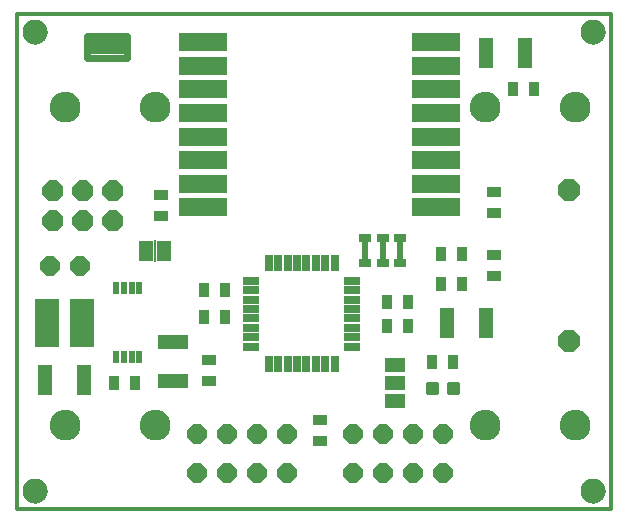
<source format=gts>
G75*
%MOIN*%
%OFA0B0*%
%FSLAX25Y25*%
%IPPOS*%
%LPD*%
%AMOC8*
5,1,8,0,0,1.08239X$1,22.5*
%
%ADD10C,0.00000*%
%ADD11C,0.08274*%
%ADD12C,0.01200*%
%ADD13R,0.16148X0.05912*%
%ADD14R,0.05124X0.10243*%
%ADD15R,0.10243X0.05124*%
%ADD16R,0.08274X0.16148*%
%ADD17R,0.01975X0.03943*%
%ADD18R,0.03550X0.05124*%
%ADD19R,0.05124X0.03550*%
%ADD20OC8,0.06400*%
%ADD21R,0.05000X0.06700*%
%ADD22R,0.00600X0.07200*%
%ADD23C,0.07000*%
%ADD24R,0.01975X0.06699*%
%ADD25R,0.03937X0.02756*%
%ADD26OC8,0.07000*%
%ADD27C,0.02462*%
%ADD28OC8,0.07400*%
%ADD29C,0.01301*%
%ADD30R,0.06700X0.05000*%
%ADD31R,0.05400X0.02600*%
%ADD32R,0.02600X0.05400*%
D10*
X0003863Y0007800D02*
X0003865Y0007925D01*
X0003871Y0008050D01*
X0003881Y0008174D01*
X0003895Y0008298D01*
X0003912Y0008422D01*
X0003934Y0008545D01*
X0003960Y0008667D01*
X0003989Y0008789D01*
X0004022Y0008909D01*
X0004060Y0009028D01*
X0004100Y0009147D01*
X0004145Y0009263D01*
X0004193Y0009378D01*
X0004245Y0009492D01*
X0004301Y0009604D01*
X0004360Y0009714D01*
X0004422Y0009822D01*
X0004488Y0009929D01*
X0004557Y0010033D01*
X0004630Y0010134D01*
X0004705Y0010234D01*
X0004784Y0010331D01*
X0004866Y0010425D01*
X0004951Y0010517D01*
X0005038Y0010606D01*
X0005129Y0010692D01*
X0005222Y0010775D01*
X0005318Y0010856D01*
X0005416Y0010933D01*
X0005516Y0011007D01*
X0005619Y0011078D01*
X0005724Y0011145D01*
X0005832Y0011210D01*
X0005941Y0011270D01*
X0006052Y0011328D01*
X0006165Y0011381D01*
X0006279Y0011431D01*
X0006395Y0011478D01*
X0006512Y0011520D01*
X0006631Y0011559D01*
X0006751Y0011595D01*
X0006872Y0011626D01*
X0006994Y0011654D01*
X0007116Y0011677D01*
X0007240Y0011697D01*
X0007364Y0011713D01*
X0007488Y0011725D01*
X0007613Y0011733D01*
X0007738Y0011737D01*
X0007862Y0011737D01*
X0007987Y0011733D01*
X0008112Y0011725D01*
X0008236Y0011713D01*
X0008360Y0011697D01*
X0008484Y0011677D01*
X0008606Y0011654D01*
X0008728Y0011626D01*
X0008849Y0011595D01*
X0008969Y0011559D01*
X0009088Y0011520D01*
X0009205Y0011478D01*
X0009321Y0011431D01*
X0009435Y0011381D01*
X0009548Y0011328D01*
X0009659Y0011270D01*
X0009769Y0011210D01*
X0009876Y0011145D01*
X0009981Y0011078D01*
X0010084Y0011007D01*
X0010184Y0010933D01*
X0010282Y0010856D01*
X0010378Y0010775D01*
X0010471Y0010692D01*
X0010562Y0010606D01*
X0010649Y0010517D01*
X0010734Y0010425D01*
X0010816Y0010331D01*
X0010895Y0010234D01*
X0010970Y0010134D01*
X0011043Y0010033D01*
X0011112Y0009929D01*
X0011178Y0009822D01*
X0011240Y0009714D01*
X0011299Y0009604D01*
X0011355Y0009492D01*
X0011407Y0009378D01*
X0011455Y0009263D01*
X0011500Y0009147D01*
X0011540Y0009028D01*
X0011578Y0008909D01*
X0011611Y0008789D01*
X0011640Y0008667D01*
X0011666Y0008545D01*
X0011688Y0008422D01*
X0011705Y0008298D01*
X0011719Y0008174D01*
X0011729Y0008050D01*
X0011735Y0007925D01*
X0011737Y0007800D01*
X0011735Y0007675D01*
X0011729Y0007550D01*
X0011719Y0007426D01*
X0011705Y0007302D01*
X0011688Y0007178D01*
X0011666Y0007055D01*
X0011640Y0006933D01*
X0011611Y0006811D01*
X0011578Y0006691D01*
X0011540Y0006572D01*
X0011500Y0006453D01*
X0011455Y0006337D01*
X0011407Y0006222D01*
X0011355Y0006108D01*
X0011299Y0005996D01*
X0011240Y0005886D01*
X0011178Y0005778D01*
X0011112Y0005671D01*
X0011043Y0005567D01*
X0010970Y0005466D01*
X0010895Y0005366D01*
X0010816Y0005269D01*
X0010734Y0005175D01*
X0010649Y0005083D01*
X0010562Y0004994D01*
X0010471Y0004908D01*
X0010378Y0004825D01*
X0010282Y0004744D01*
X0010184Y0004667D01*
X0010084Y0004593D01*
X0009981Y0004522D01*
X0009876Y0004455D01*
X0009768Y0004390D01*
X0009659Y0004330D01*
X0009548Y0004272D01*
X0009435Y0004219D01*
X0009321Y0004169D01*
X0009205Y0004122D01*
X0009088Y0004080D01*
X0008969Y0004041D01*
X0008849Y0004005D01*
X0008728Y0003974D01*
X0008606Y0003946D01*
X0008484Y0003923D01*
X0008360Y0003903D01*
X0008236Y0003887D01*
X0008112Y0003875D01*
X0007987Y0003867D01*
X0007862Y0003863D01*
X0007738Y0003863D01*
X0007613Y0003867D01*
X0007488Y0003875D01*
X0007364Y0003887D01*
X0007240Y0003903D01*
X0007116Y0003923D01*
X0006994Y0003946D01*
X0006872Y0003974D01*
X0006751Y0004005D01*
X0006631Y0004041D01*
X0006512Y0004080D01*
X0006395Y0004122D01*
X0006279Y0004169D01*
X0006165Y0004219D01*
X0006052Y0004272D01*
X0005941Y0004330D01*
X0005831Y0004390D01*
X0005724Y0004455D01*
X0005619Y0004522D01*
X0005516Y0004593D01*
X0005416Y0004667D01*
X0005318Y0004744D01*
X0005222Y0004825D01*
X0005129Y0004908D01*
X0005038Y0004994D01*
X0004951Y0005083D01*
X0004866Y0005175D01*
X0004784Y0005269D01*
X0004705Y0005366D01*
X0004630Y0005466D01*
X0004557Y0005567D01*
X0004488Y0005671D01*
X0004422Y0005778D01*
X0004360Y0005886D01*
X0004301Y0005996D01*
X0004245Y0006108D01*
X0004193Y0006222D01*
X0004145Y0006337D01*
X0004100Y0006453D01*
X0004060Y0006572D01*
X0004022Y0006691D01*
X0003989Y0006811D01*
X0003960Y0006933D01*
X0003934Y0007055D01*
X0003912Y0007178D01*
X0003895Y0007302D01*
X0003881Y0007426D01*
X0003871Y0007550D01*
X0003865Y0007675D01*
X0003863Y0007800D01*
X0003863Y0160800D02*
X0003865Y0160925D01*
X0003871Y0161050D01*
X0003881Y0161174D01*
X0003895Y0161298D01*
X0003912Y0161422D01*
X0003934Y0161545D01*
X0003960Y0161667D01*
X0003989Y0161789D01*
X0004022Y0161909D01*
X0004060Y0162028D01*
X0004100Y0162147D01*
X0004145Y0162263D01*
X0004193Y0162378D01*
X0004245Y0162492D01*
X0004301Y0162604D01*
X0004360Y0162714D01*
X0004422Y0162822D01*
X0004488Y0162929D01*
X0004557Y0163033D01*
X0004630Y0163134D01*
X0004705Y0163234D01*
X0004784Y0163331D01*
X0004866Y0163425D01*
X0004951Y0163517D01*
X0005038Y0163606D01*
X0005129Y0163692D01*
X0005222Y0163775D01*
X0005318Y0163856D01*
X0005416Y0163933D01*
X0005516Y0164007D01*
X0005619Y0164078D01*
X0005724Y0164145D01*
X0005832Y0164210D01*
X0005941Y0164270D01*
X0006052Y0164328D01*
X0006165Y0164381D01*
X0006279Y0164431D01*
X0006395Y0164478D01*
X0006512Y0164520D01*
X0006631Y0164559D01*
X0006751Y0164595D01*
X0006872Y0164626D01*
X0006994Y0164654D01*
X0007116Y0164677D01*
X0007240Y0164697D01*
X0007364Y0164713D01*
X0007488Y0164725D01*
X0007613Y0164733D01*
X0007738Y0164737D01*
X0007862Y0164737D01*
X0007987Y0164733D01*
X0008112Y0164725D01*
X0008236Y0164713D01*
X0008360Y0164697D01*
X0008484Y0164677D01*
X0008606Y0164654D01*
X0008728Y0164626D01*
X0008849Y0164595D01*
X0008969Y0164559D01*
X0009088Y0164520D01*
X0009205Y0164478D01*
X0009321Y0164431D01*
X0009435Y0164381D01*
X0009548Y0164328D01*
X0009659Y0164270D01*
X0009769Y0164210D01*
X0009876Y0164145D01*
X0009981Y0164078D01*
X0010084Y0164007D01*
X0010184Y0163933D01*
X0010282Y0163856D01*
X0010378Y0163775D01*
X0010471Y0163692D01*
X0010562Y0163606D01*
X0010649Y0163517D01*
X0010734Y0163425D01*
X0010816Y0163331D01*
X0010895Y0163234D01*
X0010970Y0163134D01*
X0011043Y0163033D01*
X0011112Y0162929D01*
X0011178Y0162822D01*
X0011240Y0162714D01*
X0011299Y0162604D01*
X0011355Y0162492D01*
X0011407Y0162378D01*
X0011455Y0162263D01*
X0011500Y0162147D01*
X0011540Y0162028D01*
X0011578Y0161909D01*
X0011611Y0161789D01*
X0011640Y0161667D01*
X0011666Y0161545D01*
X0011688Y0161422D01*
X0011705Y0161298D01*
X0011719Y0161174D01*
X0011729Y0161050D01*
X0011735Y0160925D01*
X0011737Y0160800D01*
X0011735Y0160675D01*
X0011729Y0160550D01*
X0011719Y0160426D01*
X0011705Y0160302D01*
X0011688Y0160178D01*
X0011666Y0160055D01*
X0011640Y0159933D01*
X0011611Y0159811D01*
X0011578Y0159691D01*
X0011540Y0159572D01*
X0011500Y0159453D01*
X0011455Y0159337D01*
X0011407Y0159222D01*
X0011355Y0159108D01*
X0011299Y0158996D01*
X0011240Y0158886D01*
X0011178Y0158778D01*
X0011112Y0158671D01*
X0011043Y0158567D01*
X0010970Y0158466D01*
X0010895Y0158366D01*
X0010816Y0158269D01*
X0010734Y0158175D01*
X0010649Y0158083D01*
X0010562Y0157994D01*
X0010471Y0157908D01*
X0010378Y0157825D01*
X0010282Y0157744D01*
X0010184Y0157667D01*
X0010084Y0157593D01*
X0009981Y0157522D01*
X0009876Y0157455D01*
X0009768Y0157390D01*
X0009659Y0157330D01*
X0009548Y0157272D01*
X0009435Y0157219D01*
X0009321Y0157169D01*
X0009205Y0157122D01*
X0009088Y0157080D01*
X0008969Y0157041D01*
X0008849Y0157005D01*
X0008728Y0156974D01*
X0008606Y0156946D01*
X0008484Y0156923D01*
X0008360Y0156903D01*
X0008236Y0156887D01*
X0008112Y0156875D01*
X0007987Y0156867D01*
X0007862Y0156863D01*
X0007738Y0156863D01*
X0007613Y0156867D01*
X0007488Y0156875D01*
X0007364Y0156887D01*
X0007240Y0156903D01*
X0007116Y0156923D01*
X0006994Y0156946D01*
X0006872Y0156974D01*
X0006751Y0157005D01*
X0006631Y0157041D01*
X0006512Y0157080D01*
X0006395Y0157122D01*
X0006279Y0157169D01*
X0006165Y0157219D01*
X0006052Y0157272D01*
X0005941Y0157330D01*
X0005831Y0157390D01*
X0005724Y0157455D01*
X0005619Y0157522D01*
X0005516Y0157593D01*
X0005416Y0157667D01*
X0005318Y0157744D01*
X0005222Y0157825D01*
X0005129Y0157908D01*
X0005038Y0157994D01*
X0004951Y0158083D01*
X0004866Y0158175D01*
X0004784Y0158269D01*
X0004705Y0158366D01*
X0004630Y0158466D01*
X0004557Y0158567D01*
X0004488Y0158671D01*
X0004422Y0158778D01*
X0004360Y0158886D01*
X0004301Y0158996D01*
X0004245Y0159108D01*
X0004193Y0159222D01*
X0004145Y0159337D01*
X0004100Y0159453D01*
X0004060Y0159572D01*
X0004022Y0159691D01*
X0003989Y0159811D01*
X0003960Y0159933D01*
X0003934Y0160055D01*
X0003912Y0160178D01*
X0003895Y0160302D01*
X0003881Y0160426D01*
X0003871Y0160550D01*
X0003865Y0160675D01*
X0003863Y0160800D01*
X0189863Y0160800D02*
X0189865Y0160925D01*
X0189871Y0161050D01*
X0189881Y0161174D01*
X0189895Y0161298D01*
X0189912Y0161422D01*
X0189934Y0161545D01*
X0189960Y0161667D01*
X0189989Y0161789D01*
X0190022Y0161909D01*
X0190060Y0162028D01*
X0190100Y0162147D01*
X0190145Y0162263D01*
X0190193Y0162378D01*
X0190245Y0162492D01*
X0190301Y0162604D01*
X0190360Y0162714D01*
X0190422Y0162822D01*
X0190488Y0162929D01*
X0190557Y0163033D01*
X0190630Y0163134D01*
X0190705Y0163234D01*
X0190784Y0163331D01*
X0190866Y0163425D01*
X0190951Y0163517D01*
X0191038Y0163606D01*
X0191129Y0163692D01*
X0191222Y0163775D01*
X0191318Y0163856D01*
X0191416Y0163933D01*
X0191516Y0164007D01*
X0191619Y0164078D01*
X0191724Y0164145D01*
X0191832Y0164210D01*
X0191941Y0164270D01*
X0192052Y0164328D01*
X0192165Y0164381D01*
X0192279Y0164431D01*
X0192395Y0164478D01*
X0192512Y0164520D01*
X0192631Y0164559D01*
X0192751Y0164595D01*
X0192872Y0164626D01*
X0192994Y0164654D01*
X0193116Y0164677D01*
X0193240Y0164697D01*
X0193364Y0164713D01*
X0193488Y0164725D01*
X0193613Y0164733D01*
X0193738Y0164737D01*
X0193862Y0164737D01*
X0193987Y0164733D01*
X0194112Y0164725D01*
X0194236Y0164713D01*
X0194360Y0164697D01*
X0194484Y0164677D01*
X0194606Y0164654D01*
X0194728Y0164626D01*
X0194849Y0164595D01*
X0194969Y0164559D01*
X0195088Y0164520D01*
X0195205Y0164478D01*
X0195321Y0164431D01*
X0195435Y0164381D01*
X0195548Y0164328D01*
X0195659Y0164270D01*
X0195769Y0164210D01*
X0195876Y0164145D01*
X0195981Y0164078D01*
X0196084Y0164007D01*
X0196184Y0163933D01*
X0196282Y0163856D01*
X0196378Y0163775D01*
X0196471Y0163692D01*
X0196562Y0163606D01*
X0196649Y0163517D01*
X0196734Y0163425D01*
X0196816Y0163331D01*
X0196895Y0163234D01*
X0196970Y0163134D01*
X0197043Y0163033D01*
X0197112Y0162929D01*
X0197178Y0162822D01*
X0197240Y0162714D01*
X0197299Y0162604D01*
X0197355Y0162492D01*
X0197407Y0162378D01*
X0197455Y0162263D01*
X0197500Y0162147D01*
X0197540Y0162028D01*
X0197578Y0161909D01*
X0197611Y0161789D01*
X0197640Y0161667D01*
X0197666Y0161545D01*
X0197688Y0161422D01*
X0197705Y0161298D01*
X0197719Y0161174D01*
X0197729Y0161050D01*
X0197735Y0160925D01*
X0197737Y0160800D01*
X0197735Y0160675D01*
X0197729Y0160550D01*
X0197719Y0160426D01*
X0197705Y0160302D01*
X0197688Y0160178D01*
X0197666Y0160055D01*
X0197640Y0159933D01*
X0197611Y0159811D01*
X0197578Y0159691D01*
X0197540Y0159572D01*
X0197500Y0159453D01*
X0197455Y0159337D01*
X0197407Y0159222D01*
X0197355Y0159108D01*
X0197299Y0158996D01*
X0197240Y0158886D01*
X0197178Y0158778D01*
X0197112Y0158671D01*
X0197043Y0158567D01*
X0196970Y0158466D01*
X0196895Y0158366D01*
X0196816Y0158269D01*
X0196734Y0158175D01*
X0196649Y0158083D01*
X0196562Y0157994D01*
X0196471Y0157908D01*
X0196378Y0157825D01*
X0196282Y0157744D01*
X0196184Y0157667D01*
X0196084Y0157593D01*
X0195981Y0157522D01*
X0195876Y0157455D01*
X0195768Y0157390D01*
X0195659Y0157330D01*
X0195548Y0157272D01*
X0195435Y0157219D01*
X0195321Y0157169D01*
X0195205Y0157122D01*
X0195088Y0157080D01*
X0194969Y0157041D01*
X0194849Y0157005D01*
X0194728Y0156974D01*
X0194606Y0156946D01*
X0194484Y0156923D01*
X0194360Y0156903D01*
X0194236Y0156887D01*
X0194112Y0156875D01*
X0193987Y0156867D01*
X0193862Y0156863D01*
X0193738Y0156863D01*
X0193613Y0156867D01*
X0193488Y0156875D01*
X0193364Y0156887D01*
X0193240Y0156903D01*
X0193116Y0156923D01*
X0192994Y0156946D01*
X0192872Y0156974D01*
X0192751Y0157005D01*
X0192631Y0157041D01*
X0192512Y0157080D01*
X0192395Y0157122D01*
X0192279Y0157169D01*
X0192165Y0157219D01*
X0192052Y0157272D01*
X0191941Y0157330D01*
X0191831Y0157390D01*
X0191724Y0157455D01*
X0191619Y0157522D01*
X0191516Y0157593D01*
X0191416Y0157667D01*
X0191318Y0157744D01*
X0191222Y0157825D01*
X0191129Y0157908D01*
X0191038Y0157994D01*
X0190951Y0158083D01*
X0190866Y0158175D01*
X0190784Y0158269D01*
X0190705Y0158366D01*
X0190630Y0158466D01*
X0190557Y0158567D01*
X0190488Y0158671D01*
X0190422Y0158778D01*
X0190360Y0158886D01*
X0190301Y0158996D01*
X0190245Y0159108D01*
X0190193Y0159222D01*
X0190145Y0159337D01*
X0190100Y0159453D01*
X0190060Y0159572D01*
X0190022Y0159691D01*
X0189989Y0159811D01*
X0189960Y0159933D01*
X0189934Y0160055D01*
X0189912Y0160178D01*
X0189895Y0160302D01*
X0189881Y0160426D01*
X0189871Y0160550D01*
X0189865Y0160675D01*
X0189863Y0160800D01*
X0189863Y0007800D02*
X0189865Y0007925D01*
X0189871Y0008050D01*
X0189881Y0008174D01*
X0189895Y0008298D01*
X0189912Y0008422D01*
X0189934Y0008545D01*
X0189960Y0008667D01*
X0189989Y0008789D01*
X0190022Y0008909D01*
X0190060Y0009028D01*
X0190100Y0009147D01*
X0190145Y0009263D01*
X0190193Y0009378D01*
X0190245Y0009492D01*
X0190301Y0009604D01*
X0190360Y0009714D01*
X0190422Y0009822D01*
X0190488Y0009929D01*
X0190557Y0010033D01*
X0190630Y0010134D01*
X0190705Y0010234D01*
X0190784Y0010331D01*
X0190866Y0010425D01*
X0190951Y0010517D01*
X0191038Y0010606D01*
X0191129Y0010692D01*
X0191222Y0010775D01*
X0191318Y0010856D01*
X0191416Y0010933D01*
X0191516Y0011007D01*
X0191619Y0011078D01*
X0191724Y0011145D01*
X0191832Y0011210D01*
X0191941Y0011270D01*
X0192052Y0011328D01*
X0192165Y0011381D01*
X0192279Y0011431D01*
X0192395Y0011478D01*
X0192512Y0011520D01*
X0192631Y0011559D01*
X0192751Y0011595D01*
X0192872Y0011626D01*
X0192994Y0011654D01*
X0193116Y0011677D01*
X0193240Y0011697D01*
X0193364Y0011713D01*
X0193488Y0011725D01*
X0193613Y0011733D01*
X0193738Y0011737D01*
X0193862Y0011737D01*
X0193987Y0011733D01*
X0194112Y0011725D01*
X0194236Y0011713D01*
X0194360Y0011697D01*
X0194484Y0011677D01*
X0194606Y0011654D01*
X0194728Y0011626D01*
X0194849Y0011595D01*
X0194969Y0011559D01*
X0195088Y0011520D01*
X0195205Y0011478D01*
X0195321Y0011431D01*
X0195435Y0011381D01*
X0195548Y0011328D01*
X0195659Y0011270D01*
X0195769Y0011210D01*
X0195876Y0011145D01*
X0195981Y0011078D01*
X0196084Y0011007D01*
X0196184Y0010933D01*
X0196282Y0010856D01*
X0196378Y0010775D01*
X0196471Y0010692D01*
X0196562Y0010606D01*
X0196649Y0010517D01*
X0196734Y0010425D01*
X0196816Y0010331D01*
X0196895Y0010234D01*
X0196970Y0010134D01*
X0197043Y0010033D01*
X0197112Y0009929D01*
X0197178Y0009822D01*
X0197240Y0009714D01*
X0197299Y0009604D01*
X0197355Y0009492D01*
X0197407Y0009378D01*
X0197455Y0009263D01*
X0197500Y0009147D01*
X0197540Y0009028D01*
X0197578Y0008909D01*
X0197611Y0008789D01*
X0197640Y0008667D01*
X0197666Y0008545D01*
X0197688Y0008422D01*
X0197705Y0008298D01*
X0197719Y0008174D01*
X0197729Y0008050D01*
X0197735Y0007925D01*
X0197737Y0007800D01*
X0197735Y0007675D01*
X0197729Y0007550D01*
X0197719Y0007426D01*
X0197705Y0007302D01*
X0197688Y0007178D01*
X0197666Y0007055D01*
X0197640Y0006933D01*
X0197611Y0006811D01*
X0197578Y0006691D01*
X0197540Y0006572D01*
X0197500Y0006453D01*
X0197455Y0006337D01*
X0197407Y0006222D01*
X0197355Y0006108D01*
X0197299Y0005996D01*
X0197240Y0005886D01*
X0197178Y0005778D01*
X0197112Y0005671D01*
X0197043Y0005567D01*
X0196970Y0005466D01*
X0196895Y0005366D01*
X0196816Y0005269D01*
X0196734Y0005175D01*
X0196649Y0005083D01*
X0196562Y0004994D01*
X0196471Y0004908D01*
X0196378Y0004825D01*
X0196282Y0004744D01*
X0196184Y0004667D01*
X0196084Y0004593D01*
X0195981Y0004522D01*
X0195876Y0004455D01*
X0195768Y0004390D01*
X0195659Y0004330D01*
X0195548Y0004272D01*
X0195435Y0004219D01*
X0195321Y0004169D01*
X0195205Y0004122D01*
X0195088Y0004080D01*
X0194969Y0004041D01*
X0194849Y0004005D01*
X0194728Y0003974D01*
X0194606Y0003946D01*
X0194484Y0003923D01*
X0194360Y0003903D01*
X0194236Y0003887D01*
X0194112Y0003875D01*
X0193987Y0003867D01*
X0193862Y0003863D01*
X0193738Y0003863D01*
X0193613Y0003867D01*
X0193488Y0003875D01*
X0193364Y0003887D01*
X0193240Y0003903D01*
X0193116Y0003923D01*
X0192994Y0003946D01*
X0192872Y0003974D01*
X0192751Y0004005D01*
X0192631Y0004041D01*
X0192512Y0004080D01*
X0192395Y0004122D01*
X0192279Y0004169D01*
X0192165Y0004219D01*
X0192052Y0004272D01*
X0191941Y0004330D01*
X0191831Y0004390D01*
X0191724Y0004455D01*
X0191619Y0004522D01*
X0191516Y0004593D01*
X0191416Y0004667D01*
X0191318Y0004744D01*
X0191222Y0004825D01*
X0191129Y0004908D01*
X0191038Y0004994D01*
X0190951Y0005083D01*
X0190866Y0005175D01*
X0190784Y0005269D01*
X0190705Y0005366D01*
X0190630Y0005466D01*
X0190557Y0005567D01*
X0190488Y0005671D01*
X0190422Y0005778D01*
X0190360Y0005886D01*
X0190301Y0005996D01*
X0190245Y0006108D01*
X0190193Y0006222D01*
X0190145Y0006337D01*
X0190100Y0006453D01*
X0190060Y0006572D01*
X0190022Y0006691D01*
X0189989Y0006811D01*
X0189960Y0006933D01*
X0189934Y0007055D01*
X0189912Y0007178D01*
X0189895Y0007302D01*
X0189881Y0007426D01*
X0189871Y0007550D01*
X0189865Y0007675D01*
X0189863Y0007800D01*
D11*
X0193800Y0007800D03*
X0193800Y0160800D03*
X0007800Y0160800D03*
X0007800Y0007800D03*
D12*
X0001800Y0001800D02*
X0001800Y0166800D01*
X0199800Y0166800D01*
X0199800Y0001800D01*
X0001800Y0001800D01*
D13*
X0064020Y0102241D03*
X0064020Y0110115D03*
X0064020Y0117989D03*
X0064020Y0125863D03*
X0064020Y0133737D03*
X0064020Y0141611D03*
X0064020Y0149485D03*
X0064020Y0157359D03*
X0141580Y0157359D03*
X0141580Y0149485D03*
X0141580Y0141611D03*
X0141580Y0133737D03*
X0141580Y0125863D03*
X0141580Y0117989D03*
X0141580Y0110115D03*
X0141580Y0102241D03*
D14*
X0145304Y0063800D03*
X0158296Y0063800D03*
X0158304Y0153800D03*
X0171296Y0153800D03*
X0024296Y0044800D03*
X0011304Y0044800D03*
D15*
X0053800Y0044304D03*
X0053800Y0057296D03*
D16*
X0023706Y0063800D03*
X0011894Y0063800D03*
D17*
X0034961Y0052383D03*
X0037520Y0052383D03*
X0040080Y0052383D03*
X0042639Y0052383D03*
X0042639Y0075217D03*
X0040080Y0075217D03*
X0037520Y0075217D03*
X0034961Y0075217D03*
D18*
X0064257Y0074800D03*
X0071343Y0074800D03*
X0071343Y0065800D03*
X0064257Y0065800D03*
X0041343Y0043800D03*
X0034257Y0043800D03*
X0125257Y0062800D03*
X0132343Y0062800D03*
X0132343Y0070800D03*
X0125257Y0070800D03*
X0143257Y0076800D03*
X0150343Y0076800D03*
X0150343Y0086800D03*
X0143257Y0086800D03*
X0140257Y0050800D03*
X0147343Y0050800D03*
X0167257Y0141800D03*
X0174343Y0141800D03*
D19*
X0160800Y0107343D03*
X0160800Y0100257D03*
X0160800Y0086343D03*
X0160800Y0079257D03*
X0102800Y0031343D03*
X0102800Y0024257D03*
X0065800Y0044257D03*
X0065800Y0051343D03*
X0049800Y0099257D03*
X0049800Y0106343D03*
D20*
X0022800Y0082800D03*
X0012800Y0082800D03*
X0061800Y0026800D03*
X0071800Y0026800D03*
X0081800Y0026800D03*
X0091800Y0026800D03*
X0091800Y0013800D03*
X0081800Y0013800D03*
X0071800Y0013800D03*
X0061800Y0013800D03*
X0113800Y0013800D03*
X0123800Y0013800D03*
X0133800Y0013800D03*
X0143800Y0013800D03*
X0143800Y0026800D03*
X0133800Y0026800D03*
X0123800Y0026800D03*
X0113800Y0026800D03*
D21*
X0050800Y0087800D03*
X0044800Y0087800D03*
D22*
X0047800Y0087800D03*
D23*
X0046219Y0135800D02*
X0046221Y0135879D01*
X0046227Y0135959D01*
X0046237Y0136038D01*
X0046251Y0136116D01*
X0046269Y0136193D01*
X0046290Y0136270D01*
X0046316Y0136345D01*
X0046345Y0136419D01*
X0046378Y0136491D01*
X0046415Y0136562D01*
X0046455Y0136630D01*
X0046498Y0136697D01*
X0046545Y0136761D01*
X0046595Y0136823D01*
X0046648Y0136882D01*
X0046703Y0136939D01*
X0046762Y0136992D01*
X0046823Y0137043D01*
X0046887Y0137091D01*
X0046953Y0137135D01*
X0047021Y0137176D01*
X0047091Y0137213D01*
X0047163Y0137247D01*
X0047237Y0137277D01*
X0047311Y0137304D01*
X0047388Y0137326D01*
X0047465Y0137345D01*
X0047543Y0137360D01*
X0047622Y0137371D01*
X0047701Y0137378D01*
X0047780Y0137381D01*
X0047860Y0137380D01*
X0047939Y0137375D01*
X0048018Y0137366D01*
X0048096Y0137353D01*
X0048174Y0137336D01*
X0048251Y0137315D01*
X0048326Y0137291D01*
X0048400Y0137263D01*
X0048473Y0137231D01*
X0048544Y0137195D01*
X0048613Y0137156D01*
X0048680Y0137113D01*
X0048745Y0137067D01*
X0048808Y0137018D01*
X0048868Y0136966D01*
X0048925Y0136911D01*
X0048979Y0136853D01*
X0049031Y0136792D01*
X0049079Y0136729D01*
X0049124Y0136664D01*
X0049166Y0136596D01*
X0049204Y0136527D01*
X0049239Y0136455D01*
X0049270Y0136382D01*
X0049297Y0136307D01*
X0049321Y0136232D01*
X0049341Y0136155D01*
X0049357Y0136077D01*
X0049369Y0135998D01*
X0049377Y0135919D01*
X0049381Y0135840D01*
X0049381Y0135760D01*
X0049377Y0135681D01*
X0049369Y0135602D01*
X0049357Y0135523D01*
X0049341Y0135445D01*
X0049321Y0135368D01*
X0049297Y0135293D01*
X0049270Y0135218D01*
X0049239Y0135145D01*
X0049204Y0135073D01*
X0049166Y0135004D01*
X0049124Y0134936D01*
X0049079Y0134871D01*
X0049031Y0134808D01*
X0048979Y0134747D01*
X0048925Y0134689D01*
X0048868Y0134634D01*
X0048808Y0134582D01*
X0048745Y0134533D01*
X0048680Y0134487D01*
X0048613Y0134444D01*
X0048544Y0134405D01*
X0048473Y0134369D01*
X0048400Y0134337D01*
X0048326Y0134309D01*
X0048251Y0134285D01*
X0048174Y0134264D01*
X0048096Y0134247D01*
X0048018Y0134234D01*
X0047939Y0134225D01*
X0047860Y0134220D01*
X0047780Y0134219D01*
X0047701Y0134222D01*
X0047622Y0134229D01*
X0047543Y0134240D01*
X0047465Y0134255D01*
X0047388Y0134274D01*
X0047311Y0134296D01*
X0047237Y0134323D01*
X0047163Y0134353D01*
X0047091Y0134387D01*
X0047021Y0134424D01*
X0046953Y0134465D01*
X0046887Y0134509D01*
X0046823Y0134557D01*
X0046762Y0134608D01*
X0046703Y0134661D01*
X0046648Y0134718D01*
X0046595Y0134777D01*
X0046545Y0134839D01*
X0046498Y0134903D01*
X0046455Y0134970D01*
X0046415Y0135038D01*
X0046378Y0135109D01*
X0046345Y0135181D01*
X0046316Y0135255D01*
X0046290Y0135330D01*
X0046269Y0135407D01*
X0046251Y0135484D01*
X0046237Y0135562D01*
X0046227Y0135641D01*
X0046221Y0135721D01*
X0046219Y0135800D01*
X0016219Y0135800D02*
X0016221Y0135879D01*
X0016227Y0135959D01*
X0016237Y0136038D01*
X0016251Y0136116D01*
X0016269Y0136193D01*
X0016290Y0136270D01*
X0016316Y0136345D01*
X0016345Y0136419D01*
X0016378Y0136491D01*
X0016415Y0136562D01*
X0016455Y0136630D01*
X0016498Y0136697D01*
X0016545Y0136761D01*
X0016595Y0136823D01*
X0016648Y0136882D01*
X0016703Y0136939D01*
X0016762Y0136992D01*
X0016823Y0137043D01*
X0016887Y0137091D01*
X0016953Y0137135D01*
X0017021Y0137176D01*
X0017091Y0137213D01*
X0017163Y0137247D01*
X0017237Y0137277D01*
X0017311Y0137304D01*
X0017388Y0137326D01*
X0017465Y0137345D01*
X0017543Y0137360D01*
X0017622Y0137371D01*
X0017701Y0137378D01*
X0017780Y0137381D01*
X0017860Y0137380D01*
X0017939Y0137375D01*
X0018018Y0137366D01*
X0018096Y0137353D01*
X0018174Y0137336D01*
X0018251Y0137315D01*
X0018326Y0137291D01*
X0018400Y0137263D01*
X0018473Y0137231D01*
X0018544Y0137195D01*
X0018613Y0137156D01*
X0018680Y0137113D01*
X0018745Y0137067D01*
X0018808Y0137018D01*
X0018868Y0136966D01*
X0018925Y0136911D01*
X0018979Y0136853D01*
X0019031Y0136792D01*
X0019079Y0136729D01*
X0019124Y0136664D01*
X0019166Y0136596D01*
X0019204Y0136527D01*
X0019239Y0136455D01*
X0019270Y0136382D01*
X0019297Y0136307D01*
X0019321Y0136232D01*
X0019341Y0136155D01*
X0019357Y0136077D01*
X0019369Y0135998D01*
X0019377Y0135919D01*
X0019381Y0135840D01*
X0019381Y0135760D01*
X0019377Y0135681D01*
X0019369Y0135602D01*
X0019357Y0135523D01*
X0019341Y0135445D01*
X0019321Y0135368D01*
X0019297Y0135293D01*
X0019270Y0135218D01*
X0019239Y0135145D01*
X0019204Y0135073D01*
X0019166Y0135004D01*
X0019124Y0134936D01*
X0019079Y0134871D01*
X0019031Y0134808D01*
X0018979Y0134747D01*
X0018925Y0134689D01*
X0018868Y0134634D01*
X0018808Y0134582D01*
X0018745Y0134533D01*
X0018680Y0134487D01*
X0018613Y0134444D01*
X0018544Y0134405D01*
X0018473Y0134369D01*
X0018400Y0134337D01*
X0018326Y0134309D01*
X0018251Y0134285D01*
X0018174Y0134264D01*
X0018096Y0134247D01*
X0018018Y0134234D01*
X0017939Y0134225D01*
X0017860Y0134220D01*
X0017780Y0134219D01*
X0017701Y0134222D01*
X0017622Y0134229D01*
X0017543Y0134240D01*
X0017465Y0134255D01*
X0017388Y0134274D01*
X0017311Y0134296D01*
X0017237Y0134323D01*
X0017163Y0134353D01*
X0017091Y0134387D01*
X0017021Y0134424D01*
X0016953Y0134465D01*
X0016887Y0134509D01*
X0016823Y0134557D01*
X0016762Y0134608D01*
X0016703Y0134661D01*
X0016648Y0134718D01*
X0016595Y0134777D01*
X0016545Y0134839D01*
X0016498Y0134903D01*
X0016455Y0134970D01*
X0016415Y0135038D01*
X0016378Y0135109D01*
X0016345Y0135181D01*
X0016316Y0135255D01*
X0016290Y0135330D01*
X0016269Y0135407D01*
X0016251Y0135484D01*
X0016237Y0135562D01*
X0016227Y0135641D01*
X0016221Y0135721D01*
X0016219Y0135800D01*
X0016219Y0029800D02*
X0016221Y0029879D01*
X0016227Y0029959D01*
X0016237Y0030038D01*
X0016251Y0030116D01*
X0016269Y0030193D01*
X0016290Y0030270D01*
X0016316Y0030345D01*
X0016345Y0030419D01*
X0016378Y0030491D01*
X0016415Y0030562D01*
X0016455Y0030630D01*
X0016498Y0030697D01*
X0016545Y0030761D01*
X0016595Y0030823D01*
X0016648Y0030882D01*
X0016703Y0030939D01*
X0016762Y0030992D01*
X0016823Y0031043D01*
X0016887Y0031091D01*
X0016953Y0031135D01*
X0017021Y0031176D01*
X0017091Y0031213D01*
X0017163Y0031247D01*
X0017237Y0031277D01*
X0017311Y0031304D01*
X0017388Y0031326D01*
X0017465Y0031345D01*
X0017543Y0031360D01*
X0017622Y0031371D01*
X0017701Y0031378D01*
X0017780Y0031381D01*
X0017860Y0031380D01*
X0017939Y0031375D01*
X0018018Y0031366D01*
X0018096Y0031353D01*
X0018174Y0031336D01*
X0018251Y0031315D01*
X0018326Y0031291D01*
X0018400Y0031263D01*
X0018473Y0031231D01*
X0018544Y0031195D01*
X0018613Y0031156D01*
X0018680Y0031113D01*
X0018745Y0031067D01*
X0018808Y0031018D01*
X0018868Y0030966D01*
X0018925Y0030911D01*
X0018979Y0030853D01*
X0019031Y0030792D01*
X0019079Y0030729D01*
X0019124Y0030664D01*
X0019166Y0030596D01*
X0019204Y0030527D01*
X0019239Y0030455D01*
X0019270Y0030382D01*
X0019297Y0030307D01*
X0019321Y0030232D01*
X0019341Y0030155D01*
X0019357Y0030077D01*
X0019369Y0029998D01*
X0019377Y0029919D01*
X0019381Y0029840D01*
X0019381Y0029760D01*
X0019377Y0029681D01*
X0019369Y0029602D01*
X0019357Y0029523D01*
X0019341Y0029445D01*
X0019321Y0029368D01*
X0019297Y0029293D01*
X0019270Y0029218D01*
X0019239Y0029145D01*
X0019204Y0029073D01*
X0019166Y0029004D01*
X0019124Y0028936D01*
X0019079Y0028871D01*
X0019031Y0028808D01*
X0018979Y0028747D01*
X0018925Y0028689D01*
X0018868Y0028634D01*
X0018808Y0028582D01*
X0018745Y0028533D01*
X0018680Y0028487D01*
X0018613Y0028444D01*
X0018544Y0028405D01*
X0018473Y0028369D01*
X0018400Y0028337D01*
X0018326Y0028309D01*
X0018251Y0028285D01*
X0018174Y0028264D01*
X0018096Y0028247D01*
X0018018Y0028234D01*
X0017939Y0028225D01*
X0017860Y0028220D01*
X0017780Y0028219D01*
X0017701Y0028222D01*
X0017622Y0028229D01*
X0017543Y0028240D01*
X0017465Y0028255D01*
X0017388Y0028274D01*
X0017311Y0028296D01*
X0017237Y0028323D01*
X0017163Y0028353D01*
X0017091Y0028387D01*
X0017021Y0028424D01*
X0016953Y0028465D01*
X0016887Y0028509D01*
X0016823Y0028557D01*
X0016762Y0028608D01*
X0016703Y0028661D01*
X0016648Y0028718D01*
X0016595Y0028777D01*
X0016545Y0028839D01*
X0016498Y0028903D01*
X0016455Y0028970D01*
X0016415Y0029038D01*
X0016378Y0029109D01*
X0016345Y0029181D01*
X0016316Y0029255D01*
X0016290Y0029330D01*
X0016269Y0029407D01*
X0016251Y0029484D01*
X0016237Y0029562D01*
X0016227Y0029641D01*
X0016221Y0029721D01*
X0016219Y0029800D01*
X0046219Y0029800D02*
X0046221Y0029879D01*
X0046227Y0029959D01*
X0046237Y0030038D01*
X0046251Y0030116D01*
X0046269Y0030193D01*
X0046290Y0030270D01*
X0046316Y0030345D01*
X0046345Y0030419D01*
X0046378Y0030491D01*
X0046415Y0030562D01*
X0046455Y0030630D01*
X0046498Y0030697D01*
X0046545Y0030761D01*
X0046595Y0030823D01*
X0046648Y0030882D01*
X0046703Y0030939D01*
X0046762Y0030992D01*
X0046823Y0031043D01*
X0046887Y0031091D01*
X0046953Y0031135D01*
X0047021Y0031176D01*
X0047091Y0031213D01*
X0047163Y0031247D01*
X0047237Y0031277D01*
X0047311Y0031304D01*
X0047388Y0031326D01*
X0047465Y0031345D01*
X0047543Y0031360D01*
X0047622Y0031371D01*
X0047701Y0031378D01*
X0047780Y0031381D01*
X0047860Y0031380D01*
X0047939Y0031375D01*
X0048018Y0031366D01*
X0048096Y0031353D01*
X0048174Y0031336D01*
X0048251Y0031315D01*
X0048326Y0031291D01*
X0048400Y0031263D01*
X0048473Y0031231D01*
X0048544Y0031195D01*
X0048613Y0031156D01*
X0048680Y0031113D01*
X0048745Y0031067D01*
X0048808Y0031018D01*
X0048868Y0030966D01*
X0048925Y0030911D01*
X0048979Y0030853D01*
X0049031Y0030792D01*
X0049079Y0030729D01*
X0049124Y0030664D01*
X0049166Y0030596D01*
X0049204Y0030527D01*
X0049239Y0030455D01*
X0049270Y0030382D01*
X0049297Y0030307D01*
X0049321Y0030232D01*
X0049341Y0030155D01*
X0049357Y0030077D01*
X0049369Y0029998D01*
X0049377Y0029919D01*
X0049381Y0029840D01*
X0049381Y0029760D01*
X0049377Y0029681D01*
X0049369Y0029602D01*
X0049357Y0029523D01*
X0049341Y0029445D01*
X0049321Y0029368D01*
X0049297Y0029293D01*
X0049270Y0029218D01*
X0049239Y0029145D01*
X0049204Y0029073D01*
X0049166Y0029004D01*
X0049124Y0028936D01*
X0049079Y0028871D01*
X0049031Y0028808D01*
X0048979Y0028747D01*
X0048925Y0028689D01*
X0048868Y0028634D01*
X0048808Y0028582D01*
X0048745Y0028533D01*
X0048680Y0028487D01*
X0048613Y0028444D01*
X0048544Y0028405D01*
X0048473Y0028369D01*
X0048400Y0028337D01*
X0048326Y0028309D01*
X0048251Y0028285D01*
X0048174Y0028264D01*
X0048096Y0028247D01*
X0048018Y0028234D01*
X0047939Y0028225D01*
X0047860Y0028220D01*
X0047780Y0028219D01*
X0047701Y0028222D01*
X0047622Y0028229D01*
X0047543Y0028240D01*
X0047465Y0028255D01*
X0047388Y0028274D01*
X0047311Y0028296D01*
X0047237Y0028323D01*
X0047163Y0028353D01*
X0047091Y0028387D01*
X0047021Y0028424D01*
X0046953Y0028465D01*
X0046887Y0028509D01*
X0046823Y0028557D01*
X0046762Y0028608D01*
X0046703Y0028661D01*
X0046648Y0028718D01*
X0046595Y0028777D01*
X0046545Y0028839D01*
X0046498Y0028903D01*
X0046455Y0028970D01*
X0046415Y0029038D01*
X0046378Y0029109D01*
X0046345Y0029181D01*
X0046316Y0029255D01*
X0046290Y0029330D01*
X0046269Y0029407D01*
X0046251Y0029484D01*
X0046237Y0029562D01*
X0046227Y0029641D01*
X0046221Y0029721D01*
X0046219Y0029800D01*
X0156219Y0029800D02*
X0156221Y0029879D01*
X0156227Y0029959D01*
X0156237Y0030038D01*
X0156251Y0030116D01*
X0156269Y0030193D01*
X0156290Y0030270D01*
X0156316Y0030345D01*
X0156345Y0030419D01*
X0156378Y0030491D01*
X0156415Y0030562D01*
X0156455Y0030630D01*
X0156498Y0030697D01*
X0156545Y0030761D01*
X0156595Y0030823D01*
X0156648Y0030882D01*
X0156703Y0030939D01*
X0156762Y0030992D01*
X0156823Y0031043D01*
X0156887Y0031091D01*
X0156953Y0031135D01*
X0157021Y0031176D01*
X0157091Y0031213D01*
X0157163Y0031247D01*
X0157237Y0031277D01*
X0157311Y0031304D01*
X0157388Y0031326D01*
X0157465Y0031345D01*
X0157543Y0031360D01*
X0157622Y0031371D01*
X0157701Y0031378D01*
X0157780Y0031381D01*
X0157860Y0031380D01*
X0157939Y0031375D01*
X0158018Y0031366D01*
X0158096Y0031353D01*
X0158174Y0031336D01*
X0158251Y0031315D01*
X0158326Y0031291D01*
X0158400Y0031263D01*
X0158473Y0031231D01*
X0158544Y0031195D01*
X0158613Y0031156D01*
X0158680Y0031113D01*
X0158745Y0031067D01*
X0158808Y0031018D01*
X0158868Y0030966D01*
X0158925Y0030911D01*
X0158979Y0030853D01*
X0159031Y0030792D01*
X0159079Y0030729D01*
X0159124Y0030664D01*
X0159166Y0030596D01*
X0159204Y0030527D01*
X0159239Y0030455D01*
X0159270Y0030382D01*
X0159297Y0030307D01*
X0159321Y0030232D01*
X0159341Y0030155D01*
X0159357Y0030077D01*
X0159369Y0029998D01*
X0159377Y0029919D01*
X0159381Y0029840D01*
X0159381Y0029760D01*
X0159377Y0029681D01*
X0159369Y0029602D01*
X0159357Y0029523D01*
X0159341Y0029445D01*
X0159321Y0029368D01*
X0159297Y0029293D01*
X0159270Y0029218D01*
X0159239Y0029145D01*
X0159204Y0029073D01*
X0159166Y0029004D01*
X0159124Y0028936D01*
X0159079Y0028871D01*
X0159031Y0028808D01*
X0158979Y0028747D01*
X0158925Y0028689D01*
X0158868Y0028634D01*
X0158808Y0028582D01*
X0158745Y0028533D01*
X0158680Y0028487D01*
X0158613Y0028444D01*
X0158544Y0028405D01*
X0158473Y0028369D01*
X0158400Y0028337D01*
X0158326Y0028309D01*
X0158251Y0028285D01*
X0158174Y0028264D01*
X0158096Y0028247D01*
X0158018Y0028234D01*
X0157939Y0028225D01*
X0157860Y0028220D01*
X0157780Y0028219D01*
X0157701Y0028222D01*
X0157622Y0028229D01*
X0157543Y0028240D01*
X0157465Y0028255D01*
X0157388Y0028274D01*
X0157311Y0028296D01*
X0157237Y0028323D01*
X0157163Y0028353D01*
X0157091Y0028387D01*
X0157021Y0028424D01*
X0156953Y0028465D01*
X0156887Y0028509D01*
X0156823Y0028557D01*
X0156762Y0028608D01*
X0156703Y0028661D01*
X0156648Y0028718D01*
X0156595Y0028777D01*
X0156545Y0028839D01*
X0156498Y0028903D01*
X0156455Y0028970D01*
X0156415Y0029038D01*
X0156378Y0029109D01*
X0156345Y0029181D01*
X0156316Y0029255D01*
X0156290Y0029330D01*
X0156269Y0029407D01*
X0156251Y0029484D01*
X0156237Y0029562D01*
X0156227Y0029641D01*
X0156221Y0029721D01*
X0156219Y0029800D01*
X0186219Y0029800D02*
X0186221Y0029879D01*
X0186227Y0029959D01*
X0186237Y0030038D01*
X0186251Y0030116D01*
X0186269Y0030193D01*
X0186290Y0030270D01*
X0186316Y0030345D01*
X0186345Y0030419D01*
X0186378Y0030491D01*
X0186415Y0030562D01*
X0186455Y0030630D01*
X0186498Y0030697D01*
X0186545Y0030761D01*
X0186595Y0030823D01*
X0186648Y0030882D01*
X0186703Y0030939D01*
X0186762Y0030992D01*
X0186823Y0031043D01*
X0186887Y0031091D01*
X0186953Y0031135D01*
X0187021Y0031176D01*
X0187091Y0031213D01*
X0187163Y0031247D01*
X0187237Y0031277D01*
X0187311Y0031304D01*
X0187388Y0031326D01*
X0187465Y0031345D01*
X0187543Y0031360D01*
X0187622Y0031371D01*
X0187701Y0031378D01*
X0187780Y0031381D01*
X0187860Y0031380D01*
X0187939Y0031375D01*
X0188018Y0031366D01*
X0188096Y0031353D01*
X0188174Y0031336D01*
X0188251Y0031315D01*
X0188326Y0031291D01*
X0188400Y0031263D01*
X0188473Y0031231D01*
X0188544Y0031195D01*
X0188613Y0031156D01*
X0188680Y0031113D01*
X0188745Y0031067D01*
X0188808Y0031018D01*
X0188868Y0030966D01*
X0188925Y0030911D01*
X0188979Y0030853D01*
X0189031Y0030792D01*
X0189079Y0030729D01*
X0189124Y0030664D01*
X0189166Y0030596D01*
X0189204Y0030527D01*
X0189239Y0030455D01*
X0189270Y0030382D01*
X0189297Y0030307D01*
X0189321Y0030232D01*
X0189341Y0030155D01*
X0189357Y0030077D01*
X0189369Y0029998D01*
X0189377Y0029919D01*
X0189381Y0029840D01*
X0189381Y0029760D01*
X0189377Y0029681D01*
X0189369Y0029602D01*
X0189357Y0029523D01*
X0189341Y0029445D01*
X0189321Y0029368D01*
X0189297Y0029293D01*
X0189270Y0029218D01*
X0189239Y0029145D01*
X0189204Y0029073D01*
X0189166Y0029004D01*
X0189124Y0028936D01*
X0189079Y0028871D01*
X0189031Y0028808D01*
X0188979Y0028747D01*
X0188925Y0028689D01*
X0188868Y0028634D01*
X0188808Y0028582D01*
X0188745Y0028533D01*
X0188680Y0028487D01*
X0188613Y0028444D01*
X0188544Y0028405D01*
X0188473Y0028369D01*
X0188400Y0028337D01*
X0188326Y0028309D01*
X0188251Y0028285D01*
X0188174Y0028264D01*
X0188096Y0028247D01*
X0188018Y0028234D01*
X0187939Y0028225D01*
X0187860Y0028220D01*
X0187780Y0028219D01*
X0187701Y0028222D01*
X0187622Y0028229D01*
X0187543Y0028240D01*
X0187465Y0028255D01*
X0187388Y0028274D01*
X0187311Y0028296D01*
X0187237Y0028323D01*
X0187163Y0028353D01*
X0187091Y0028387D01*
X0187021Y0028424D01*
X0186953Y0028465D01*
X0186887Y0028509D01*
X0186823Y0028557D01*
X0186762Y0028608D01*
X0186703Y0028661D01*
X0186648Y0028718D01*
X0186595Y0028777D01*
X0186545Y0028839D01*
X0186498Y0028903D01*
X0186455Y0028970D01*
X0186415Y0029038D01*
X0186378Y0029109D01*
X0186345Y0029181D01*
X0186316Y0029255D01*
X0186290Y0029330D01*
X0186269Y0029407D01*
X0186251Y0029484D01*
X0186237Y0029562D01*
X0186227Y0029641D01*
X0186221Y0029721D01*
X0186219Y0029800D01*
X0186219Y0135800D02*
X0186221Y0135879D01*
X0186227Y0135959D01*
X0186237Y0136038D01*
X0186251Y0136116D01*
X0186269Y0136193D01*
X0186290Y0136270D01*
X0186316Y0136345D01*
X0186345Y0136419D01*
X0186378Y0136491D01*
X0186415Y0136562D01*
X0186455Y0136630D01*
X0186498Y0136697D01*
X0186545Y0136761D01*
X0186595Y0136823D01*
X0186648Y0136882D01*
X0186703Y0136939D01*
X0186762Y0136992D01*
X0186823Y0137043D01*
X0186887Y0137091D01*
X0186953Y0137135D01*
X0187021Y0137176D01*
X0187091Y0137213D01*
X0187163Y0137247D01*
X0187237Y0137277D01*
X0187311Y0137304D01*
X0187388Y0137326D01*
X0187465Y0137345D01*
X0187543Y0137360D01*
X0187622Y0137371D01*
X0187701Y0137378D01*
X0187780Y0137381D01*
X0187860Y0137380D01*
X0187939Y0137375D01*
X0188018Y0137366D01*
X0188096Y0137353D01*
X0188174Y0137336D01*
X0188251Y0137315D01*
X0188326Y0137291D01*
X0188400Y0137263D01*
X0188473Y0137231D01*
X0188544Y0137195D01*
X0188613Y0137156D01*
X0188680Y0137113D01*
X0188745Y0137067D01*
X0188808Y0137018D01*
X0188868Y0136966D01*
X0188925Y0136911D01*
X0188979Y0136853D01*
X0189031Y0136792D01*
X0189079Y0136729D01*
X0189124Y0136664D01*
X0189166Y0136596D01*
X0189204Y0136527D01*
X0189239Y0136455D01*
X0189270Y0136382D01*
X0189297Y0136307D01*
X0189321Y0136232D01*
X0189341Y0136155D01*
X0189357Y0136077D01*
X0189369Y0135998D01*
X0189377Y0135919D01*
X0189381Y0135840D01*
X0189381Y0135760D01*
X0189377Y0135681D01*
X0189369Y0135602D01*
X0189357Y0135523D01*
X0189341Y0135445D01*
X0189321Y0135368D01*
X0189297Y0135293D01*
X0189270Y0135218D01*
X0189239Y0135145D01*
X0189204Y0135073D01*
X0189166Y0135004D01*
X0189124Y0134936D01*
X0189079Y0134871D01*
X0189031Y0134808D01*
X0188979Y0134747D01*
X0188925Y0134689D01*
X0188868Y0134634D01*
X0188808Y0134582D01*
X0188745Y0134533D01*
X0188680Y0134487D01*
X0188613Y0134444D01*
X0188544Y0134405D01*
X0188473Y0134369D01*
X0188400Y0134337D01*
X0188326Y0134309D01*
X0188251Y0134285D01*
X0188174Y0134264D01*
X0188096Y0134247D01*
X0188018Y0134234D01*
X0187939Y0134225D01*
X0187860Y0134220D01*
X0187780Y0134219D01*
X0187701Y0134222D01*
X0187622Y0134229D01*
X0187543Y0134240D01*
X0187465Y0134255D01*
X0187388Y0134274D01*
X0187311Y0134296D01*
X0187237Y0134323D01*
X0187163Y0134353D01*
X0187091Y0134387D01*
X0187021Y0134424D01*
X0186953Y0134465D01*
X0186887Y0134509D01*
X0186823Y0134557D01*
X0186762Y0134608D01*
X0186703Y0134661D01*
X0186648Y0134718D01*
X0186595Y0134777D01*
X0186545Y0134839D01*
X0186498Y0134903D01*
X0186455Y0134970D01*
X0186415Y0135038D01*
X0186378Y0135109D01*
X0186345Y0135181D01*
X0186316Y0135255D01*
X0186290Y0135330D01*
X0186269Y0135407D01*
X0186251Y0135484D01*
X0186237Y0135562D01*
X0186227Y0135641D01*
X0186221Y0135721D01*
X0186219Y0135800D01*
X0156219Y0135800D02*
X0156221Y0135879D01*
X0156227Y0135959D01*
X0156237Y0136038D01*
X0156251Y0136116D01*
X0156269Y0136193D01*
X0156290Y0136270D01*
X0156316Y0136345D01*
X0156345Y0136419D01*
X0156378Y0136491D01*
X0156415Y0136562D01*
X0156455Y0136630D01*
X0156498Y0136697D01*
X0156545Y0136761D01*
X0156595Y0136823D01*
X0156648Y0136882D01*
X0156703Y0136939D01*
X0156762Y0136992D01*
X0156823Y0137043D01*
X0156887Y0137091D01*
X0156953Y0137135D01*
X0157021Y0137176D01*
X0157091Y0137213D01*
X0157163Y0137247D01*
X0157237Y0137277D01*
X0157311Y0137304D01*
X0157388Y0137326D01*
X0157465Y0137345D01*
X0157543Y0137360D01*
X0157622Y0137371D01*
X0157701Y0137378D01*
X0157780Y0137381D01*
X0157860Y0137380D01*
X0157939Y0137375D01*
X0158018Y0137366D01*
X0158096Y0137353D01*
X0158174Y0137336D01*
X0158251Y0137315D01*
X0158326Y0137291D01*
X0158400Y0137263D01*
X0158473Y0137231D01*
X0158544Y0137195D01*
X0158613Y0137156D01*
X0158680Y0137113D01*
X0158745Y0137067D01*
X0158808Y0137018D01*
X0158868Y0136966D01*
X0158925Y0136911D01*
X0158979Y0136853D01*
X0159031Y0136792D01*
X0159079Y0136729D01*
X0159124Y0136664D01*
X0159166Y0136596D01*
X0159204Y0136527D01*
X0159239Y0136455D01*
X0159270Y0136382D01*
X0159297Y0136307D01*
X0159321Y0136232D01*
X0159341Y0136155D01*
X0159357Y0136077D01*
X0159369Y0135998D01*
X0159377Y0135919D01*
X0159381Y0135840D01*
X0159381Y0135760D01*
X0159377Y0135681D01*
X0159369Y0135602D01*
X0159357Y0135523D01*
X0159341Y0135445D01*
X0159321Y0135368D01*
X0159297Y0135293D01*
X0159270Y0135218D01*
X0159239Y0135145D01*
X0159204Y0135073D01*
X0159166Y0135004D01*
X0159124Y0134936D01*
X0159079Y0134871D01*
X0159031Y0134808D01*
X0158979Y0134747D01*
X0158925Y0134689D01*
X0158868Y0134634D01*
X0158808Y0134582D01*
X0158745Y0134533D01*
X0158680Y0134487D01*
X0158613Y0134444D01*
X0158544Y0134405D01*
X0158473Y0134369D01*
X0158400Y0134337D01*
X0158326Y0134309D01*
X0158251Y0134285D01*
X0158174Y0134264D01*
X0158096Y0134247D01*
X0158018Y0134234D01*
X0157939Y0134225D01*
X0157860Y0134220D01*
X0157780Y0134219D01*
X0157701Y0134222D01*
X0157622Y0134229D01*
X0157543Y0134240D01*
X0157465Y0134255D01*
X0157388Y0134274D01*
X0157311Y0134296D01*
X0157237Y0134323D01*
X0157163Y0134353D01*
X0157091Y0134387D01*
X0157021Y0134424D01*
X0156953Y0134465D01*
X0156887Y0134509D01*
X0156823Y0134557D01*
X0156762Y0134608D01*
X0156703Y0134661D01*
X0156648Y0134718D01*
X0156595Y0134777D01*
X0156545Y0134839D01*
X0156498Y0134903D01*
X0156455Y0134970D01*
X0156415Y0135038D01*
X0156378Y0135109D01*
X0156345Y0135181D01*
X0156316Y0135255D01*
X0156290Y0135330D01*
X0156269Y0135407D01*
X0156251Y0135484D01*
X0156237Y0135562D01*
X0156227Y0135641D01*
X0156221Y0135721D01*
X0156219Y0135800D01*
D24*
X0129706Y0087800D03*
X0123800Y0087800D03*
X0117894Y0087800D03*
D25*
X0117894Y0091934D03*
X0123800Y0091934D03*
X0129706Y0091934D03*
X0129706Y0083666D03*
X0123800Y0083666D03*
X0117894Y0083666D03*
D26*
X0033800Y0097800D03*
X0033800Y0107800D03*
X0023800Y0107800D03*
X0023800Y0097800D03*
X0013800Y0097800D03*
X0013800Y0107800D03*
D27*
X0025154Y0152107D02*
X0038446Y0152107D01*
X0025154Y0152107D02*
X0025154Y0159493D01*
X0038446Y0159493D01*
X0038446Y0152107D01*
X0038446Y0154568D02*
X0025154Y0154568D01*
X0025154Y0157029D02*
X0038446Y0157029D01*
X0038446Y0159490D02*
X0025154Y0159490D01*
D28*
X0185800Y0107997D03*
X0185800Y0057603D03*
D29*
X0145735Y0043318D02*
X0145735Y0040282D01*
X0145735Y0043318D02*
X0148771Y0043318D01*
X0148771Y0040282D01*
X0145735Y0040282D01*
X0145735Y0041582D02*
X0148771Y0041582D01*
X0148771Y0042882D02*
X0145735Y0042882D01*
X0138829Y0043318D02*
X0138829Y0040282D01*
X0138829Y0043318D02*
X0141865Y0043318D01*
X0141865Y0040282D01*
X0138829Y0040282D01*
X0138829Y0041582D02*
X0141865Y0041582D01*
X0141865Y0042882D02*
X0138829Y0042882D01*
D30*
X0127800Y0043800D03*
X0127800Y0037800D03*
X0127800Y0049800D03*
D31*
X0113700Y0055776D03*
X0113700Y0058926D03*
X0113700Y0062076D03*
X0113700Y0065225D03*
X0113700Y0068375D03*
X0113700Y0071524D03*
X0113700Y0074674D03*
X0113700Y0077824D03*
X0079900Y0077824D03*
X0079900Y0074674D03*
X0079900Y0071524D03*
X0079900Y0068375D03*
X0079900Y0065225D03*
X0079900Y0062076D03*
X0079900Y0058926D03*
X0079900Y0055776D03*
D32*
X0085776Y0049900D03*
X0088926Y0049900D03*
X0092076Y0049900D03*
X0095225Y0049900D03*
X0098375Y0049900D03*
X0101524Y0049900D03*
X0104674Y0049900D03*
X0107824Y0049900D03*
X0107824Y0083700D03*
X0104674Y0083700D03*
X0101524Y0083700D03*
X0098375Y0083700D03*
X0095225Y0083700D03*
X0092076Y0083700D03*
X0088926Y0083700D03*
X0085776Y0083700D03*
M02*

</source>
